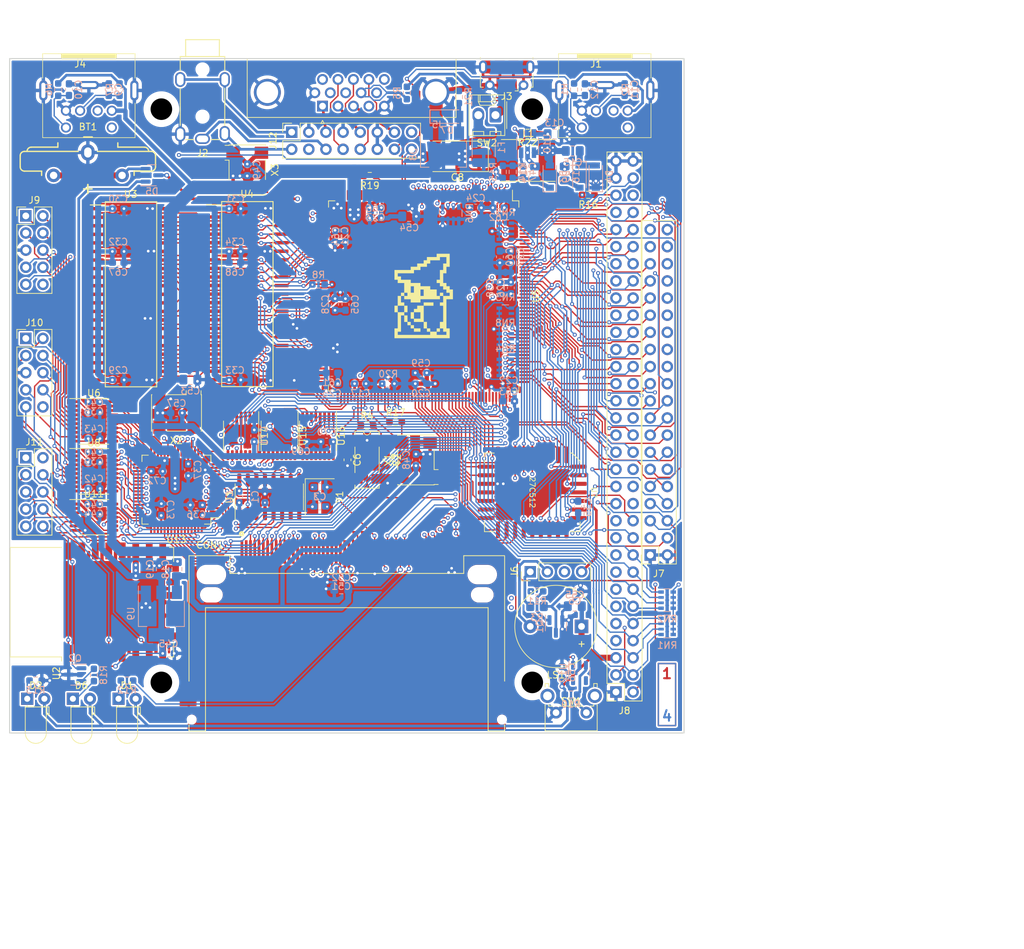
<source format=kicad_pcb>
(kicad_pcb (version 20211014) (generator pcbnew)

  (general
    (thickness 4.69)
  )

  (paper "A4")
  (title_block
    (title "PC-CHARON-386-MAIN")
    (date "2021-12-17")
    (rev "A")
    (company "Eugene Lozovoy")
  )

  (layers
    (0 "F.Cu" signal)
    (1 "In1.Cu" signal)
    (2 "In2.Cu" signal)
    (31 "B.Cu" signal)
    (32 "B.Adhes" user "B.Adhesive")
    (33 "F.Adhes" user "F.Adhesive")
    (34 "B.Paste" user)
    (35 "F.Paste" user)
    (36 "B.SilkS" user "B.Silkscreen")
    (37 "F.SilkS" user "F.Silkscreen")
    (38 "B.Mask" user)
    (39 "F.Mask" user)
    (40 "Dwgs.User" user "User.Drawings")
    (41 "Cmts.User" user "User.Comments")
    (42 "Eco1.User" user "User.Eco1")
    (43 "Eco2.User" user "User.Eco2")
    (44 "Edge.Cuts" user)
    (45 "Margin" user)
    (46 "B.CrtYd" user "B.Courtyard")
    (47 "F.CrtYd" user "F.Courtyard")
    (48 "B.Fab" user)
    (49 "F.Fab" user)
    (50 "User.1" user)
    (51 "User.2" user)
    (52 "User.3" user)
    (53 "User.4" user)
    (54 "User.5" user)
    (55 "User.6" user)
    (56 "User.7" user)
    (57 "User.8" user)
    (58 "User.9" user)
  )

  (setup
    (stackup
      (layer "F.SilkS" (type "Top Silk Screen"))
      (layer "F.Paste" (type "Top Solder Paste"))
      (layer "F.Mask" (type "Top Solder Mask") (color "Green") (thickness 0.01))
      (layer "F.Cu" (type "copper") (thickness 0.035))
      (layer "dielectric 1" (type "core") (thickness 1.51) (material "FR4") (epsilon_r 4.5) (loss_tangent 0.02))
      (layer "In1.Cu" (type "copper") (thickness 0.035))
      (layer "dielectric 2" (type "prepreg") (thickness 1.51) (material "FR4") (epsilon_r 4.5) (loss_tangent 0.02))
      (layer "In2.Cu" (type "copper") (thickness 0.035))
      (layer "dielectric 3" (type "core") (thickness 1.51) (material "FR4") (epsilon_r 4.5) (loss_tangent 0.02))
      (layer "B.Cu" (type "copper") (thickness 0.035))
      (layer "B.Mask" (type "Bottom Solder Mask") (color "Green") (thickness 0.01))
      (layer "B.Paste" (type "Bottom Solder Paste"))
      (layer "B.SilkS" (type "Bottom Silk Screen"))
      (copper_finish "None")
      (dielectric_constraints no)
    )
    (pad_to_mask_clearance 0)
    (pcbplotparams
      (layerselection 0x00010fc_ffffffff)
      (disableapertmacros false)
      (usegerberextensions false)
      (usegerberattributes true)
      (usegerberadvancedattributes true)
      (creategerberjobfile true)
      (svguseinch false)
      (svgprecision 6)
      (excludeedgelayer true)
      (plotframeref false)
      (viasonmask false)
      (mode 1)
      (useauxorigin false)
      (hpglpennumber 1)
      (hpglpenspeed 20)
      (hpglpendiameter 15.000000)
      (dxfpolygonmode true)
      (dxfimperialunits true)
      (dxfusepcbnewfont true)
      (psnegative false)
      (psa4output false)
      (plotreference true)
      (plotvalue true)
      (plotinvisibletext false)
      (sketchpadsonfab false)
      (subtractmaskfromsilk false)
      (outputformat 1)
      (mirror false)
      (drillshape 1)
      (scaleselection 1)
      (outputdirectory "")
    )
  )

  (net 0 "")
  (net 1 "GND")
  (net 2 "Net-(C1-Pad2)")
  (net 3 "+5V")
  (net 4 "Net-(J11-Pad4)")
  (net 5 "/USB_DP")
  (net 6 "/DACK1")
  (net 7 "/DACK0")
  (net 8 "Net-(C5-Pad1)")
  (net 9 "Net-(C2-Pad1)")
  (net 10 "Net-(C3-Pad1)")
  (net 11 "Net-(J6-Pad1)")
  (net 12 "Net-(J6-Pad2)")
  (net 13 "Net-(Q1-Pad1)")
  (net 14 "+BATT")
  (net 15 "Net-(F1-Pad2)")
  (net 16 "+3V3")
  (net 17 "Net-(C6-Pad1)")
  (net 18 "Net-(C7-Pad1)")
  (net 19 "/MEMW")
  (net 20 "/MEMR")
  (net 21 "/REFRESH")
  (net 22 "/MEMCS16")
  (net 23 "/MASTER")
  (net 24 "/IOCS16")
  (net 25 "/DACK5")
  (net 26 "/TC")
  (net 27 "/IOCHRDY")
  (net 28 "/AEN")
  (net 29 "/SD8")
  (net 30 "/SD9")
  (net 31 "/SD10")
  (net 32 "/SD11")
  (net 33 "/SD12")
  (net 34 "/SD13")
  (net 35 "/SD14")
  (net 36 "/SD15")
  (net 37 "/KBSJ")
  (net 38 "/XD7")
  (net 39 "/XD6")
  (net 40 "/XD5")
  (net 41 "/XD4")
  (net 42 "/XD3")
  (net 43 "/BD15")
  (net 44 "/BD14")
  (net 45 "/BD13")
  (net 46 "/BD12")
  (net 47 "/BD11")
  (net 48 "/BD10")
  (net 49 "/BD9")
  (net 50 "/BD8")
  (net 51 "/BD7")
  (net 52 "/BD6")
  (net 53 "/BD5")
  (net 54 "/BD4")
  (net 55 "/BD3")
  (net 56 "/BD2")
  (net 57 "/BD1")
  (net 58 "/BD0")
  (net 59 "/XD2")
  (net 60 "/XD1")
  (net 61 "/XD0")
  (net 62 "/SD7")
  (net 63 "/SD6")
  (net 64 "/SD5")
  (net 65 "/SD4")
  (net 66 "/SD3")
  (net 67 "/SD2")
  (net 68 "/SD1")
  (net 69 "/SD0")
  (net 70 "/SA15")
  (net 71 "/SA14")
  (net 72 "/SA13")
  (net 73 "/SA12")
  (net 74 "/SA11")
  (net 75 "/SA10")
  (net 76 "/SA9")
  (net 77 "/SA8")
  (net 78 "/SA7")
  (net 79 "/SA6")
  (net 80 "/SA5")
  (net 81 "/SA4")
  (net 82 "/SA3")
  (net 83 "/SA2")
  (net 84 "/SA1")
  (net 85 "/SA0")
  (net 86 "/SPKR")
  (net 87 "/WEJ")
  (net 88 "/RASJ0")
  (net 89 "/MA0")
  (net 90 "/MA1")
  (net 91 "/MA2")
  (net 92 "/MA3")
  (net 93 "/MA4")
  (net 94 "/MA5")
  (net 95 "/MA6")
  (net 96 "/MA7")
  (net 97 "/MA8")
  (net 98 "/MA9")
  (net 99 "/CAS0J1")
  (net 100 "/CAS0J0")
  (net 101 "/CAS1J0")
  (net 102 "/CAS1J1")
  (net 103 "/RASJ1")
  (net 104 "/MSCLK")
  (net 105 "/KBCLK")
  (net 106 "/KBDAT")
  (net 107 "/MSDAT")
  (net 108 "Net-(C15-Pad1)")
  (net 109 "Net-(C15-Pad2)")
  (net 110 "Net-(C47-Pad2)")
  (net 111 "/LA23")
  (net 112 "/LA22")
  (net 113 "/LA21")
  (net 114 "/LA20")
  (net 115 "/LA19")
  (net 116 "/LA18")
  (net 117 "/LA17")
  (net 118 "-12V")
  (net 119 "+12V")
  (net 120 "/SMEMW")
  (net 121 "/IOW")
  (net 122 "/SMEMR")
  (net 123 "/RESETL")
  (net 124 "/IRQ14")
  (net 125 "/IOR")
  (net 126 "/HDCS0")
  (net 127 "/HDCS1")
  (net 128 "Net-(J3-Pad1)")
  (net 129 "/~{CF_BUSY}")
  (net 130 "unconnected-(CON1-Pad46)")
  (net 131 "Net-(BT1-Pad1)")
  (net 132 "/DRQ7")
  (net 133 "/VGA_R")
  (net 134 "/VGA_G")
  (net 135 "/VGA_B")
  (net 136 "/DACK7")
  (net 137 "/SND_R")
  (net 138 "/RI1")
  (net 139 "/SBHE")
  (net 140 "/DRQ6")
  (net 141 "/DACK6")
  (net 142 "/DRQ5")
  (net 143 "/DRQ0")
  (net 144 "/DACK2")
  (net 145 "/DRQ1")
  (net 146 "/DRQ3")
  (net 147 "/DACK3")
  (net 148 "/DRQ2")
  (net 149 "/UART_INTA")
  (net 150 "/RX1")
  (net 151 "/0x3F8")
  (net 152 "/TX1")
  (net 153 "/0x2F8")
  (net 154 "/RX2")
  (net 155 "/UART_INTB")
  (net 156 "/UART_INTC")
  (net 157 "/0x3E8")
  (net 158 "/0x2E8")
  (net 159 "/UART_INTD")
  (net 160 "/TX2")
  (net 161 "/CTS1")
  (net 162 "/RTS1")
  (net 163 "/DSR1")
  (net 164 "/DTR1")
  (net 165 "/DCD1")
  (net 166 "/RI2")
  (net 167 "/CTS2")
  (net 168 "/RTS2")
  (net 169 "/DSR2")
  (net 170 "/DTR2")
  (net 171 "/DCD2")
  (net 172 "/VGA_MON")
  (net 173 "Net-(J11-Pad1)")
  (net 174 "Net-(J11-Pad8)")
  (net 175 "Net-(J11-Pad6)")
  (net 176 "Net-(J12-Pad6)")
  (net 177 "/SND_L")
  (net 178 "Net-(J5-Pad9)")
  (net 179 "/VGA_HS")
  (net 180 "/VGA_VS")
  (net 181 "/IRQ9")
  (net 182 "/IRQ7")
  (net 183 "/IRQ6")
  (net 184 "/IRQ5")
  (net 185 "/IRQ4")
  (net 186 "/IRQ3")
  (net 187 "/IRQ10")
  (net 188 "/IRQ11")
  (net 189 "/IRQ15")
  (net 190 "/SA19")
  (net 191 "/SA18")
  (net 192 "/SA17")
  (net 193 "/SA16")
  (net 194 "/IOCHK")
  (net 195 "/RSTDRV")
  (net 196 "/NOWS")
  (net 197 "/SYSCLK")
  (net 198 "/BALE")
  (net 199 "/14MHz")
  (net 200 "/ESP_TX")
  (net 201 "/ESP_RX")
  (net 202 "/ESP_CTS")
  (net 203 "/ESP_RTS")
  (net 204 "Net-(R10-Pad2)")
  (net 205 "/CLK2")
  (net 206 "/PWG")
  (net 207 "Net-(D6-Pad1)")
  (net 208 "/ESP_RST")
  (net 209 "Net-(J8-Pad59)")
  (net 210 "Net-(D7-Pad2)")
  (net 211 "Net-(R17-Pad1)")
  (net 212 "Net-(R19-Pad1)")
  (net 213 "Net-(U13-Pad25)")
  (net 214 "unconnected-(U13-Pad26)")
  (net 215 "unconnected-(CON1-Pad25)")
  (net 216 "unconnected-(CON1-Pad26)")
  (net 217 "unconnected-(CON1-Pad33)")
  (net 218 "unconnected-(CON1-Pad40)")
  (net 219 "unconnected-(CON1-Pad43)")
  (net 220 "unconnected-(J1-Pad2)")
  (net 221 "unconnected-(J1-Pad6)")
  (net 222 "unconnected-(J3-Pad4)")
  (net 223 "unconnected-(J4-Pad2)")
  (net 224 "unconnected-(J4-Pad6)")
  (net 225 "unconnected-(J5-Pad4)")
  (net 226 "unconnected-(J5-Pad11)")
  (net 227 "unconnected-(J5-Pad15)")
  (net 228 "unconnected-(J6-Pad3)")
  (net 229 "unconnected-(J7-Pad12)")
  (net 230 "unconnected-(J7-Pad39)")
  (net 231 "unconnected-(J8-Pad9)")
  (net 232 "unconnected-(J8-Pad19)")
  (net 233 "unconnected-(J9-Pad10)")
  (net 234 "unconnected-(J10-Pad10)")
  (net 235 "unconnected-(J12-Pad15)")
  (net 236 "Net-(R22-Pad2)")
  (net 237 "unconnected-(RN3-Pad2)")
  (net 238 "unconnected-(RN4-Pad4)")
  (net 239 "unconnected-(U1-Pad15)")
  (net 240 "unconnected-(U2-Pad2)")
  (net 241 "unconnected-(U2-Pad5)")
  (net 242 "unconnected-(U2-Pad6)")
  (net 243 "unconnected-(U2-Pad9)")
  (net 244 "unconnected-(U2-Pad10)")
  (net 245 "unconnected-(U2-Pad11)")
  (net 246 "unconnected-(U2-Pad12)")
  (net 247 "unconnected-(U2-Pad13)")
  (net 248 "unconnected-(U2-Pad14)")
  (net 249 "unconnected-(U2-Pad19)")
  (net 250 "unconnected-(U2-Pad20)")
  (net 251 "unconnected-(U3-Pad11)")
  (net 252 "unconnected-(U3-Pad12)")
  (net 253 "unconnected-(U3-Pad15)")
  (net 254 "unconnected-(U3-Pad16)")
  (net 255 "unconnected-(U3-Pad32)")
  (net 256 "unconnected-(U4-Pad11)")
  (net 257 "unconnected-(U4-Pad12)")
  (net 258 "unconnected-(U4-Pad15)")
  (net 259 "unconnected-(U4-Pad16)")
  (net 260 "unconnected-(U4-Pad32)")
  (net 261 "unconnected-(U5-Pad2)")
  (net 262 "unconnected-(U5-Pad30)")
  (net 263 "unconnected-(U5-Pad33)")
  (net 264 "unconnected-(U5-Pad35)")
  (net 265 "unconnected-(U5-Pad36)")
  (net 266 "unconnected-(U5-Pad37)")
  (net 267 "unconnected-(U5-Pad41)")
  (net 268 "unconnected-(U5-Pad42)")
  (net 269 "unconnected-(U5-Pad43)")
  (net 270 "unconnected-(U5-Pad44)")
  (net 271 "unconnected-(U5-Pad45)")
  (net 272 "unconnected-(U5-Pad47)")
  (net 273 "unconnected-(U5-Pad48)")
  (net 274 "unconnected-(U5-Pad49)")
  (net 275 "/GPCS0")
  (net 276 "unconnected-(U5-Pad55)")
  (net 277 "unconnected-(U5-Pad56)")
  (net 278 "unconnected-(U5-Pad57)")
  (net 279 "unconnected-(U5-Pad77)")
  (net 280 "unconnected-(U5-Pad78)")
  (net 281 "unconnected-(U5-Pad80)")
  (net 282 "unconnected-(U5-Pad82)")
  (net 283 "unconnected-(U5-Pad86)")
  (net 284 "unconnected-(U5-Pad87)")
  (net 285 "unconnected-(U5-Pad88)")
  (net 286 "unconnected-(U5-Pad89)")
  (net 287 "unconnected-(U5-Pad95)")
  (net 288 "unconnected-(U5-Pad96)")
  (net 289 "unconnected-(U5-Pad109)")
  (net 290 "unconnected-(U5-Pad114)")
  (net 291 "unconnected-(U5-Pad115)")
  (net 292 "unconnected-(U5-Pad116)")
  (net 293 "unconnected-(U5-Pad124)")
  (net 294 "unconnected-(U5-Pad126)")
  (net 295 "unconnected-(U5-Pad127)")
  (net 296 "unconnected-(U7-Pad1)")
  (net 297 "unconnected-(U7-Pad12)")
  (net 298 "unconnected-(U7-Pad17)")
  (net 299 "unconnected-(U7-Pad26)")
  (net 300 "unconnected-(U11-Pad6)")
  (net 301 "unconnected-(U11-Pad9)")
  (net 302 "unconnected-(U12-Pad4)")
  (net 303 "unconnected-(U14-Pad3)")
  (net 304 "unconnected-(U14-Pad6)")
  (net 305 "unconnected-(U15-Pad12)")
  (net 306 "unconnected-(U15-Pad13)")
  (net 307 "unconnected-(U15-Pad14)")
  (net 308 "unconnected-(U15-Pad15)")
  (net 309 "unconnected-(U16-Pad12)")
  (net 310 "unconnected-(U16-Pad13)")
  (net 311 "unconnected-(U16-Pad14)")
  (net 312 "unconnected-(U16-Pad15)")
  (net 313 "Net-(U13-Pad1)")
  (net 314 "Net-(D1-Pad1)")
  (net 315 "Net-(D2-Pad1)")
  (net 316 "Net-(Q2-Pad2)")
  (net 317 "/CTS_ESP")
  (net 318 "/RX_USB")
  (net 319 "/TX_USB")
  (net 320 "/RTS_USB")
  (net 321 "/DTR_USB")
  (net 322 "/DSR_USB")
  (net 323 "/CTS_USB")
  (net 324 "/CTS_COM1")
  (net 325 "/TX_COM1")
  (net 326 "/DSR_COM1")
  (net 327 "/RTS_COM1")
  (net 328 "/DTR_COM1")
  (net 329 "/CD_COM1")
  (net 330 "/RI_COM1")
  (net 331 "/RX_COM1")
  (net 332 "/RX_COM2")
  (net 333 "/DTR_COM2")
  (net 334 "/RI_COM2")
  (net 335 "/RTS_COM2")
  (net 336 "/TX_COM2")
  (net 337 "/CD_COM2")
  (net 338 "/DSR_COM2")
  (net 339 "/CTS_COM2")
  (net 340 "/RTS_ESP")
  (net 341 "/TX_ESP")
  (net 342 "/RX_ESP")
  (net 343 "Net-(U15-Pad4)")
  (net 344 "unconnected-(U16-Pad9)")
  (net 345 "unconnected-(U16-Pad10)")
  (net 346 "unconnected-(U16-Pad11)")
  (net 347 "/USB_DN")

  (footprint "Connector_PinHeader_2.54mm:PinHeader_2x05_P2.54mm_Vertical" (layer "F.Cu") (at 101.8 89.0925))

  (footprint "RF_Module:ESP-12E" (layer "F.Cu") (at 111.6 128.2 90))

  (footprint "Package_SO:SOIC-16_3.9x9.9mm_P1.27mm" (layer "F.Cu") (at 137.9 112.6 90))

  (footprint "mygraphic:black-mage-12.5x8.6" (layer "F.Cu") (at 160.800001 82.8))

  (footprint "Connector_PinSocket_2.54mm:PinSocket_2x32_P2.54mm_Vertical" (layer "F.Cu") (at 189.31 141.525 180))

  (footprint "Inductor_SMD:L_Taiyo-Yuden_NR-60xx_HandSoldering" (layer "F.Cu") (at 176.3 62.7))

  (footprint "Package_SO:TSSOP-14_4.4x5mm_P0.65mm" (layer "F.Cu") (at 111.9 115.6))

  (footprint "Resistor_SMD:R_0603_1608Metric_Pad0.98x0.95mm_HandSolder" (layer "F.Cu") (at 185.2 67.8 180))

  (footprint "Resistor_SMD:R_0603_1608Metric_Pad0.98x0.95mm_HandSolder" (layer "F.Cu") (at 176.2 58.6 180))

  (footprint "Connector_Dsub:DSUB-15-HD_Female_Horizontal_P2.29x1.98mm_EdgePinOffset3.03mm_Housed_MountingHolesOffset4.94mm" (layer "F.Cu") (at 145.8 54.65 180))

  (footprint "my:SOJ-42" (layer "F.Cu") (at 134.6 83.47))

  (footprint "my:MountingHole_3.2mm_M3_dk5.2mm_Mask" (layer "F.Cu") (at 176.9 140.1))

  (footprint "my:MountingHole_3.2mm_M3_dk5.2mm_Mask" (layer "F.Cu") (at 121.9 55.1))

  (footprint "my:SOJ-42" (layer "F.Cu") (at 117.35 83.5))

  (footprint "Resistor_SMD:R_0603_1608Metric_Pad0.98x0.95mm_HandSolder" (layer "F.Cu") (at 156.6375 101.5))

  (footprint "Connector_USB:USB_Micro-B_Molex-105017-0001" (layer "F.Cu") (at 173.1 50.08 180))

  (footprint "my:PJ-322" (layer "F.Cu") (at 128 52.805))

  (footprint "Capacitor_SMD:C_0603_1608Metric_Pad1.08x0.95mm_HandSolder" (layer "F.Cu") (at 149.5 107.1 -90))

  (footprint "LED_THT:LED_D3.0mm_Horizontal_O1.27mm_Z6.0mm" (layer "F.Cu") (at 115.55 142.525))

  (footprint "Package_QFP:LQFP-64_10x10mm_P0.5mm" (layer "F.Cu") (at 124.13 111.52 180))

  (footprint "Resistor_SMD:R_0603_1608Metric_Pad0.98x0.95mm_HandSolder" (layer "F.Cu") (at 152.8 65 180))

  (footprint "Connector_PinSocket_2.54mm:PinSocket_2x08_P2.54mm_Vertical" (layer "F.Cu") (at 141.225 58.51 90))

  (footprint "Package_QFP:PQFP-208_28x28mm_P0.5mm" (layer "F.Cu")
    (tedit 5D9F72B0) (tstamp 5995eef8-5483-4a7e-ae47-83802fb20ebe)
    (at 160.8 82.8 -90)
    (descr "PQFP, 208 Pin (http://www.microsemi.com/index.php?option=com_docman&task=doc_download&gid=131095), generated with kicad-footprint-generator ipc_gullwing_generator.py")
    (tags "PQFP QFP")
    (property "Sheetfile" "charon386_main.kicad_sch")
    (property "Sheetname" "")
    (path "/8f38d90f-89c8-4d9b-98ca-7df75fef611a")
    (attr smd)
    (fp_text reference "U5" (at 0 -16.65 90) (layer "F.SilkS")
      (effects (font (size 1 1) (thickness 0.15)))
      (tstamp 6f1a7a1b-5f62-43dc-9c15-62a6d8998ae5)
    )
    (fp_text value "M6117D" (at 0 16.65 90) (layer "F.Fab")
      (effects (font (size 1 1) (thickness 0.15)))
      (tstamp f8d23592-2a94-4d43-8616-31ed636423eb)
    )
    (fp_text user "${REFERENCE}" (at 0 0 90) (layer "F.Fab")
      (effects (font (size 1 1) (thickness 0.15)))
      (tstamp 3d8c73c2-e20b-493a-b510-7ed6007c5789)
    )
    (fp_line (start 14.11 14.11) (end 14.11 13.16) (layer "F.SilkS") (width 0.12) (tstamp 024ae5bc-426d-414f-b84d-171d0fd4f5df))
    (fp_line (start -14.11 -14.11) (end -14.11 -13.16) (layer "F.SilkS") (width 0.12) (tstamp 0deba07d-307e-4462-afa9-47124524d257))
    (fp_line (start -14.11 14.11) (end -14.11 13.16) (layer "F.SilkS") (width 0.12) (tstamp 1607421a-349e-46b3-9680-1d7fc8bf4e4e))
    (fp_line (start -13.16 -14.11) (end -14.11 -14.11) (layer "F.SilkS") (width 0.12) (tstamp 587f39f7-6770-4f92-81bf-fedd1b24e27a))
    (fp_line (start 14.11 -14.11) (end 14.11 -13.16) (layer "F.SilkS") (width 0.12) (tstamp 6e3a6786-6ed1-4886-8faa-1ee688556dce))
    (fp_line (start 13.16 -14.11) (end 14.11 -14.11) (layer "F.SilkS") (width 0.12) (tstamp 98038ce9-5b50-4717-9077-d3ff6ebe4c9b))
    (fp_line (start -14.11 -13.16) (end -15.7 -13.16) (layer "F.SilkS") (width 0.12) (tstamp b6f4bf9a-e8c4-4dd3-bc65-f62df250a2c4))
    (fp_line (start 13.16 14.11) (end 14.11 14.11) (layer "F.SilkS") (width 0.12) (tstamp edbe2658-655c-4de3-b5f0-e8629dae5540))
    (fp_line (start -13.16 14.11) (end -14.11 14.11) (layer "F.SilkS") (width 0.12) (tstamp f390baa0-7fa9-4aa7-a62a-74ae034c84fc))
    (fp_line (start -15.95 -13.15) (end -15.95 0) (layer "F.CrtYd") (width 0.05) (tstamp 0534f7a1-fb85-42c0-aec7-f3ce2840ba9e))
    (fp_line (start 0 15.95) (end -13.15 15.95) (layer "F.CrtYd") (width 0.05) (tstamp 0a692488-ef09-46ab-98db-135f381284a2))
    (fp_line (start 15.95 13.15) (end 15.95 0) (layer "F.CrtYd") (width 0.05) (tstamp 12b455fe-b87c-4b83-bf43-10347b99cfaa))
    (fp_line (start -13.15 -15.95) (end -13.15 -14.25) (layer "F.CrtYd") (width 0.05) (tstamp 27fb1c6c-a4cc-4966-b508-25ccf6cd06c0))
    (fp_line (start -13.15 15.95) (end -13.15 14.25) (layer "F.CrtYd") (width 0.05) (tstamp 363af0bd-1b46-4071-ab93-b443e1119766))
    (fp_line (start 14.25 -13.15) (end 15.95 -13.15) (layer "F.CrtYd") (width 0.05) (tstamp 39c127b6-72f4-4083-ab3d-20ac25048da2))
    (fp_line (start 14.25 13.15) (end 15.95 13.15) (layer "F.CrtYd") (width 0.05) (tstamp 429d51c0-ecce-43c0-a53d-cc71ea15cb60))
    (fp_line (start 0 -15.95) (end -13.15 -15.95) (layer "F.CrtYd") (width 0.05) (tstamp 4335a7e8-2309-4101-9b96-bb45b79fc046))
    (fp_line (start 14.25 -14.25) (end 14.25 -13.15) (layer "F.CrtYd") (width 0.05) (tstamp 4c905c07-9005-42a3-be8a-c0def7d02013))
    (fp_line (start 13.15 14.25) (end 14.25 14.25) (layer "F.CrtYd") (width 0.05) (tstamp 4c9e9e1f-ebc8-4ca5-b577-21bb263227d5))
    (fp_line (start 13.15 -14.25) (end 14.25 -14.25) (layer "F.CrtYd") (width 0.05) (tstamp 526bfa30-2922-492f-b2fc-ee7e6489b2b2))
    (fp_line (start -13.15 14.25) (end -14.25 14.25) (layer "F.CrtYd") (width 0.05) (tstamp 52ae78d5-e2bf-492c-b4b7-135eac76637e))
    (fp_line (start -14.25 -13.15) (end -15.95 -13.15) (layer "F.CrtYd") (width 0.05) (tstamp 9a553eae-2ed9-4e27-8f50-f6664269140e))
    (fp_line (start -14.25 -14.25) (end -14.25 -13.15) (layer "F.CrtYd") (width 0.05) (tstamp 9b6f6952-7fac-4b23-aeba-7ed2ca45ceba))
    (fp_line (start -14.25 13.15) (end -15.95 13.15) (layer "F.CrtYd") (width 0.05) (tstamp 9e2408cf-6588-4759-b1b4-70783629ce6d))
    (fp_line (start -13.15 -14.25) (end -14.25 -14.25) (layer "F.CrtYd") (width 0.05) (tstamp a3e7e4dc-0264-42ca-b819-2cbc10bb2c9e))
    (fp_line (start -14.25 14.25) (end -14.25 13.15) (layer "F.CrtYd") (width 0.05) (tstamp a591f791-73b0-4cca-81b5-9b7bdb8fbe02))
    (fp_line (start 0 15.95) (end 13.15 15.95) (layer "F.CrtYd") (width 0.05) (tstamp a610e6ee-dfcd-455e-a2da-b2910f7435be))
    (fp_line (start 0 -15.95) (end 13.15 -15.95) (layer "F.CrtYd") (width 0.05) (tstamp b2780c50-e33b-4b7a-abcc-447d75cec0ec))
    (fp_line (start 13.15 -15.95) (end 13.15 -14.25) (layer "F.CrtYd") (width 0.05) (tstamp c83f5dfb-ca38-46ff-92ae-41d4231b1dcb))
    (fp_line (start 13.15 15.95) (end 13.15 14.25) (layer "F.CrtYd") (width 0.05) (tstamp d7170adc-ffa2-46e4-8c20-d59f1d24f489))
    (fp_line (start 15.95 -13.15) (end 15.95 0) (layer "F.CrtYd") (width 0.05) (tstamp e383bb28-8ded-4ccc-bd11-eba584274622))
    (fp_line (start -15.95 13.15) (end -15.95 0) (layer "F.CrtYd") (width 0.05) (tstamp f1d6730f-31b2-4850-b7d1-66fd3c55399c))
    (fp_line (start 14.25 14.25) (end 14.25 13.15) (layer "F.CrtYd") (width 0.05) (tstamp fa40140c-8818-4632-abc2-95c538dbadb6))
    (fp_line (start -13 -14) (end 14 -14) (layer "F.Fab") (width 0.1) (tstamp 04c31ecf-23a4-43c9-9c36-c6e30065fe8c))
    (fp_line (start 14 -14) (end 14 14) (layer "F.Fab") (width 0.1) (tstamp 26edd5dd-3b8d-4879-901c-48638568f275))
    (fp_line (start -14 -13) (end -13 -14) (layer "F.Fab") (width 0.1) (tstamp 51901069-b795-42e8-94c5-5e8e89663a2c))
    (fp_line (start 14 14) (end -14 14) (layer "F.Fab") (width 0.1) (tstamp 80a2930e-e82a-4c2a-924d-18c1fb3a8dcd))
    (fp_line (start -14 14) (end -14 -13) (layer "F.Fab") (width 0.1) (tstamp 9799cc0e-5b68-4e48-a812-713c67e2b4cb))
    (pad "1" smd roundrect locked (at -14.9625 -12.75 270) (size 1.475 0.3) (layers "F.Cu" "F.Paste" "F.Mask") (roundrect_rratio 0.25)
      (net 3 "+5V") (pinfunction "VCC1") (pintype "power_in") (tstamp 43e20843-b339-4ac7-a5cb-c182f244724c))
    (pad "2" smd roundrect locked (at -14.9625 -12.25 270) (size 1.475 0.3) (layers "F.Cu" "F.Paste" "F.Mask") (roundrect_rratio 0.25)
      (net 261 "unconnected-(U5-Pad2)") (pinfunction "TESTJ") (pintype "input+no_connect") (tstamp f126c1e6-00d6-47f6-830a-24ce441c3dbb))
    (pad "3" smd roundrect locked (at -14.9625 -11.75 270) (size 1.475 0.3) (layers "F.Cu" "F.Paste" "F.Mask") (roundrect_rratio 0.25)
      (net 24 "/IOCS16") (pinfunction "IO16J") (pintype "input") (tstamp 82a1149f-d8ca-4ddf-a59d-24157a620371))
    (pad "4" smd roundrect locked (at -14.9625 -11.25 270) (size 1.475 0.3) (layers "F.Cu" "F.Paste" "F.Mask") (roundrect_rratio 0.25)
      (net 22 "/MEMCS16") (pinfunction "MEM16J") (pintype "input") (tstamp 773cd9fa-51b9-44c0-ac31-b48057e833ce))
    (pad "5" smd roundrect locked (at -14.9625 -10.75 270) (size 1.475 0.3) (layers "F.Cu" "F.Paste" "F.Mask") (roundrect_rratio 0.25)
      (net 29 "/SD8") (pinfunction "SD8") (pintype "bidirectional") (tstamp 450bbe49-04ac-451b-8578-820ef13b651b))
    (pad "6" smd roundrect locked (at -14.9625 -10.25 270) (size 1.475 0.3) (layers "F.Cu" "F.Paste" "F.Mask") (roundrect_rratio 0.25)
      (net 30 "/SD9") (pinfunction "SD9") (pintype "bidirectional") (tstamp b6bd12d8-fb94-4c9a-a0ec-ddec8b4ca441))
    (pad "7" smd roundrect locked (at -14.9625 -9.75 270) (size 1.475 0.3) (layers "F.Cu" "F.Paste" "F.Mask") (roundrect_rratio 0.25)
      (net 31 "/SD10") (pinfunction "SD10") (pintype "bidirectional") (tstamp 47e8a9d3-f3d0-484e-8b6e-459992f04c24))
    (pad "8" smd roundrect locked (at -14.9625 -9.25 270) (size 1.475 0.3) (layers "F.Cu" "F.Paste" "F.Mask") (roundrect_rratio 0.25)
      (net 1 "GND") (pinfunction "GND1") (pintype "power_in") (tstamp 4248b9b2-84a0-4fb8-aa11-c7789a70968c))
    (pad "9" smd roundrect locked (at -14.9625 -8.75 270) (size 1.475 0.3) (layers "F.Cu" "F.Paste" "F.Mask") (roundrect_rratio 0.25)
      (net 32 "/SD11") (pinfunction "SD11") (pintype "bidirectional") (tstamp 35b81a6b-d025-4408-a72b-2188d0ed1fe2))
    (pad "10" smd roundrect locked (at -14.9625 -8.25 270) (size 1.475 0.3) (layers "F.Cu" "F.Paste" "F.Mask") (roundrect_rratio 0.25)
      (net 33 "/SD12") (pinfunction "SD12") (pintype "bidirectional") (tstamp ccc9cd49-3966-4d71-a2bc-124d7f6bf896))
    (pad "11" smd roundrect locked (at -14.9625 -7.75 270) (size 1.475 0.3) (layers "F.Cu" "F.Paste" "F.Mask") (roundrect_rratio 0.25)
      (net 34 "/SD13") (pinfunction "SD13") (pintype "bidirectional") (tstamp 9e3581b9-c794-4389-94b7-cafc6186643a))
    (pad "12" smd roundrect locked (at -14.9625 -7.25 270) (size 1.475 0.3) (layers "F.Cu" "F.Paste" "F.Mask") (roundrect_rratio 0.25)
      (net 35 "/SD14") (pinfunction "SD14") (pintype "bidirectional") (tstamp bfa08349-d963-48cc-950d-52d2c9c2cb86))
    (pad "13" smd roundrect locked (at -14.9625 -6.75 270) (size 1.475 0.3) (layers "F.Cu" "F.Paste" "F.Mask") (roundrect_rratio 0.25)
      (net 36 "/SD15") (pinfunction "SD15") (pintype "bidirectional") (tstamp a202e597-4dbd-4eea-84da-8df9b9327e99))
    (pad "14" smd roundrect locked (at -14.9625 -6.25 270) (size 1.475 0.3) (layers "F.Cu" "F.Paste" "F.Mask") (roundrect_rratio 0.25)
      (net 26 "/TC") (pinfunction "TC") (pintype "output") (tstamp 93bd5ac1-8a1f-42ea-b099-a19528749554))
    (pad "15" smd roundrect locked (at -14.9625 -5.75 270) (size 1.475 0.3) (layers "F.Cu" "F.Paste" "F.Mask") (roundrect_rratio 0.25)
      (net 3 "+5V") (pinfunction "VCC2") (pintype "power_in") (tstamp 40a8c6b1-7ffb-4a24-87b9-182a7ca14c68))
    (pad "16" smd roundrect locked (at -14.9625 -5.25 270) (size 1.475 0.3) (layers "F.Cu" "F.Paste" "F.Mask") (roundrect_rratio 0.25)
      (net 7 "/DACK0") (pinfunction "DACK0J") (pintype "bidirectional") (tstamp 472e53b1-a8d4-4ae6-a21d-3e8df7e73cb4))
    (pad "17" smd roundrect locked (at -14.9625 -4.75 270) (size 1.475 0.3) (layers "F.Cu" "F.Paste" "F.Mask") (roundrect_rratio 0.25)
      (net 143 "/DRQ0") (pinfunction "DRQ0") (pintype "bidirectional") (tstamp 7c29b937-af01-4fda-baf5-b4cbf5048c44))
    (pad "18" smd roundrect locked (at -14.9625 -4.25 270) (size 1.475 0.3) (layers "F.Cu" "F.Paste" "F.Mask") (roundrect_rratio 0.25)
      (net 6 "/DACK1") (pinfunction "DACK1J") (pintype "bidirectional") (tstamp 9b1f1da9-04f3-41ab-91bc-60d3a90ea76a))
    (pad "19" smd roundrect locked (at -14.9625 -3.75 270) (size 1.475 0.3) (layers "F.Cu" "F.Paste" "F.Mask") (roundrect_rratio 0.25)
      (net 145 "/DRQ1") (pinfunction "DRQ1") (pintype "bidirectional") (tstamp 50a84b79-feb8-4e48-8825-52291a4addfa))
    (pad "20" smd roundrect locked (at -14.9625 -3.25 270) (size 1.475 0.3) (layers "F.Cu" "F.Paste" "F.Mask") (roundrect_rratio 0.25)
      (net 144 "/DACK2") (pinfunction "DACK2J") (pintype "bidirectional") (tstamp 444b2450-a3f0-4e6a-99f2-99e99cabe0c9))
    (pad "21" smd roundrect locked (at -14.9625 -2.75 270) (size 1.475 0.3) (layers "F.Cu" "F.Paste" "F.Mask") (roundrect_rratio 0.25)
      (net 148 "/DRQ2") (pinfunction "DRQ2") (pintype "bidirectional") (tstamp 11913bcb-7c5c-47aa-985e-c9c72a64344e))
    (pad "22" smd roundrect locked (at -14.9625 -2.25 270) (size 1.475 0.3) (layers "F.Cu" "F.Paste" "F.Mask") (roundrect_rratio 0.25)
      (net 147 "/DACK3") (pinfunction "DACK3J") (pintype "bidirectional") (tstamp c06fc49d-33e9-444d-a50a-f69308fb70a8))
    (pad "23" smd roundrect locked (at -14.9625 -1.75 270) (size 1.475 0.3) (layers "F.Cu" "F.Paste" "F.Mask") (roundrect_rratio 0.25)
      (net 146 "/DRQ3") (pinfunction "DRQ3") (pintype "bidirectional") (tstamp d8b61953-07cf-45bf-92f2-2402585223b6))
    (pad "24" smd roundrect locked (at -14.9625 -1.25 270) (size 1.475 0.3) (layers "F.Cu" "F.Paste" "F.Mask") (roundrect_rratio 0.25)
      (net 25 "/DACK5") (pinfunction "DACK5J") (pintype "bidirectional") (tstamp dba02911-564c-4b94-82c0-cda29a443321))
    (pad "25" smd roundrect locked (at -14.9625 -0.75 270) (size 1.475 0.3) (layers "F.Cu" "F.Paste" "F.Mask") (roundrect_rratio 0.25)
      (net 142 "/DRQ5") (pinfunction "DRQ5") (pintype "bidirectional") (tstamp 1236884b-978c-4101-bf64-0388307a582c))
    (pad "26" smd roundrect locked (at -14.9625 -0.25 270) (size 1.475 0.3) (layers "F.Cu" "F.Paste" "F.Mask") (roundrect_rratio 0.25)
      (net 141 "/DACK6") (pinfunction "DACK6J") (pintype "bidirectional") (tstamp bd802c07-a027-4035-86d2-0a40d56a810d))
    (pad "27" smd roundrect locked (at -14.9625 0.25 270) (size 1.475 0.3) (layers "F.Cu" "F.Paste" "F.Mask") (roundrect_rratio 0.25)
      (net 140 "/DRQ6") (pinfunction "DRQ6") (pintype "bidirectional") (tstamp d76d19d4-09b6-4f66-9df3-5b201a92eb33))
    (pad "28" smd roundrect locked (at -14.9625 0.75 270) (size 1.475 0.3) (layers "F.Cu" "F.Paste" "F.Mask") (roundrect_rratio 0.25)
      (net 136 "/DACK7") (pinfunction "DACK7J") (pintype "bidirectional") (tstamp 2405be84-eb3f-4c75-b5d9-2ee88df700e8))
    (pad "29" smd roundrect locked (at -14.9625 1.25 270) (size 1.475 0.3) (layers "F.Cu" "F.Paste" "F.Mask") (roundrect_rratio 0.25)
      (net 132 "/DRQ7") (pinfunction "DRQ7") (pintype "bidirectional") (tstamp 6b2e0fbf-ec8a-46cd-899a-8b72dff6b9f7))
    (pad "30" smd roundrect locked (at -14.9625 1.75 270) (size 1.475 0.3) (layers "F.Cu" "F.Paste" "F.Mask") (roundrect_rratio 0.25)
      (net 262 "unconnected-(U5-Pad30)") (pinfunction "GPCS1J") (pintype "output+no_connect") (tstamp b59b1a3f-ad7a-4f61-96d5-c8851d92f9c7))
    (pad "31" smd roundrect locked (at -14.9625 2.25 270) (size 1.475 0.3) (layers "F.Cu" "F.Paste" "F.Mask") (roundrect_rratio 0.25)
      (net 1 "GND") (pinfunction "GND2") (pintype "power_in") (tstamp 885dc16d-2210-41a9-85fb-ccef95473341))
    (pad "32" smd roundrect locked (at -14.9625 2.75 270) (size 1.475 0.3) (layers "F.Cu" "F.Paste" "F.Mask") (roundrect_rratio 0.25)
      (net 86 "/SPKR") (pinfunction "SPKR") (pintype "output") (tstamp bba4d939-63e1-44a0-b76a-6dcf700426c8))
    (pad "33" smd roundrect locked (at -14.9625 3.25 270) (size 1.475 0.3) (layers "F.Cu" "F.Paste" "F.Mask") (roundrect_rratio 0.25)
      (net 263 "unconnected-(U5-Pad33)") (pinfunction "HDENJ") (pintype "output+no_connect") (tstamp fb809583-9a07-40aa-9b3a-8d934b744e61))
    (pad "34" smd roundrect locked (at -14.9625 3.75 270) (size 1.475 0.3) (layers "F.Cu" "F.Paste" "F.Mask") (roundrect_rratio 0.25)
      (net 104 "/MSCLK") (pinfunction "MSCLK") (pintype "bidirectional") (tstamp ed91ce7f-a834-462e-b885-717c57cbe9d6))
    (pad "35" smd roundrect locked (at -14.9625 4.25 270) (size 1.475 0.3) (layers "F.Cu" "F.Paste" "F.Mask") (roundrect_rratio 0.25)
      (net 264 "unconnected-(U5-Pad35)") (pinfunction "ENPOWER") (pintype "output+no_connect") (tstamp 6d70590a-bb93-472b-80d9-f65850eb005e))
    (pad "36" smd roundrect locked (at -14.9625 4.75 270) (size 1.475 0.3) (layers "F.Cu" "F.Paste" "F.Mask") (roundrect_rratio 0.25)
      (net 265 "unconnected-(U5-Pad36)") (pinfunction "GPIO0") (pintype "bidirectional+no_connect") (tstamp 1f66d033-e62b-47af-ac6a-f9d778d5a7d3))
    (pad "37" smd roundrect locked (at -14.9625 5.25 270) (size 1.475 0.3) (layers "F.Cu" "F.Paste" "F.Mask") (roundrect_rratio 0.25)
      (net 266 "unconnected-(U5-Pad37)") (pinfunction "GPIO1") (pintype "bidirectional+no_connect") (tstamp acfcecea-a94c-43e6-8df6-204d57716d71))
    (pad "38" smd roundrect locked (at -14.9625 5.75 270) (size 1.475 0.3) (layers "F.Cu" "F.Paste" "F.Mask") (roundrect_rratio 0.25)
      (net 3 "+5V") (pinfunction "VCC3") (pintype "power_in") (tstamp 88ab3b39-40d2-4c76-947b-332bc5a7e1da))
    (pad "39" smd roundrect locked (at -14.9625 6.25 270) (size 1.475 0.3) (layers "F.Cu" "F.Paste" "F.Mask") (roundrect_rratio 0.25)
      (net 212 "Net-(R19-Pad1)") (pinfunction "BCLK2") (pintype "input") (tstamp d8cb12c9-c2f9-42e9-ba1d-800c57d4aeb7))
    (pad "40" smd roundrect locked (at -14.9625 6.75 270) (size 1.475 0.3) (layers "F.Cu" "F.Paste" "F.Mask") (roundrect_rratio 0.25)
      (net 1 "GND") (pinfunction "GND3") (pintype "power_in") (tstamp 174226da-dca2-4eb4-bb1a-4ededd0c7db7))
    (pad "41" smd roundrect locked (at -14.9625 7.25 270) (size 1.475 0.3) (layers "F.Cu" "F.Paste" "F.Mask") (roundrect_rratio 0.25)
      (net 267 "unconnected-(U5-Pad41)") (pinfunction "BCLK1") (pintype "output+no_connect") (tstamp b810c25a-f271-462a-a2dd-9d2981805ec8))
    (pad "42" smd roundrect locked (at -14.9625 7.75 270) (size 1.475 0.3) (layers "F.Cu" "F.Paste" "F.Mask") (roundrect_rratio 0.25)
      (net 268 "unconnected-(U5-Pad42)") (pinfunction "GPIO2") (pintype "bidirectional+no_connect") (tstamp 17d3ecac-9f8a-4049-8999-ca86a599cd4e))
    (pad "43" smd roundrect locked (at -14.9625 8.25 270) (size 1.475 0.3) (layers "F.Cu" "F.Paste" "F.Mask") (roundrect_rratio 0.25)
      (net 269 "unconnected-(U5-Pad43)") (pinfunction "GPIO3") (pintype "bidirectional+no_connect") (tstamp 5891bfd1-7754-450f-88d4-a64f4e4796cd))
    (pad "44" smd roundrect locked (at -14.9625 8.75 270) (size 1.475 0.3) (layers "F.Cu" "F.Paste" "F.Mask") (roundrect_rratio 0.25)
      (net 270 "unconnected-(U5-Pad44)") (pinfunction "GPIO4") (pintype "bidirectional+no_connect") (tstamp 38ec55f7-6a8b-4180-94ac-921ede604ee0))
    (pad "45" smd roundrect locked (at -14.9625 9.25 270) (size 1.475 0.3) (layers "F.Cu" "F.Paste" "F.Mask") (roundrect_rratio 0.25)
      (net 271 "unconnected-(U5-Pad45)") (pinfunction "GPIO5") (pintype "bidirectional+no_connect") (tstamp 086204c2-2897-45b7-8056-a31bf2569a2c))
    (pad "46" smd roundrect locked (at -14.9625 9.75 270) (size 1.475 0.3) (layers "F.Cu" "F.Paste" "F.Mask") (roundrect_rratio 0.25)
      (net 3 "+5V") (pinfunction "VCC4") (pintype "power_in") (tstamp 50132465-ec4b-4149-acc3-c6eed1b41efb))
    (pad "47" smd roundrect locked (at -14.9625 10.25 270) (size 1.475 0.3) (layers "F.Cu" "F.Paste" "F.Mask") (roundrect_rratio 0.25)
      (net 272 "unconnected-(U5-Pad47)") (pinfunction "GPIO8") (pintype "bidirectional+no_connect") (tstamp 330e2d90-9440-4c9a-a285-8ada3e93336e))
    (pad "48" smd roundrect locked (at -14.9625 10.75 270) (size 1.475 0.3) (layers "F.Cu" "F.Paste" "F.Mask") (roundrect_rratio 0.25)
      (net 273 "unconnected-(U5-Pad48)") (pinfunction "GPIO6") (pintype "bidirectional+no_connect") (tstamp 7c261a36-4da6-47c9-92ab-ce98de2f5c23))
    (pad "49" smd roundrect locked (at -14.9625 11.25 270) (size 1.475 0.3) (layers "F.Cu" "F.Paste" "F.Mask") (roundrect_rratio 0.25)
      (net 274 "unconnected-(U5-Pad49)") (pinfunction "GPIO7") (pintype "bidirectional+no_connect") (tstamp 6f4b5440-02f5-4018-8189-96ff84a02b71))
    (pad "50" smd roundrect locked (at -14.9625 11.75 270) (size 1.475 0.3) (layers "F.Cu" "F.Paste" "F.Mask") (roundrect_rratio 0.25)
      (net 126 "/HDCS0") (pinfunction "HDCS0J") (pintype "output") (tstamp b1de0704-7cac-4ea5-bd63-fc5dcef4964f))
    (pad "51" smd roundrect locked (at -14.9625 12.25 270) (size 1.475 0.3) (layers "F.Cu" "F.Paste" "F.Mask") (roundrect_rratio 0.25)
      (net 275 "/GPCS0") (pinfunction "GPCS0J") (pintype "output") (tstamp f9c92ca0-acf0-450b-91d6-8c0faf345972))
    (pad "52" smd roundrect locked (at -14.9625 12.75 270) (size 1.475 0.3) (layers "F.Cu" "F.Paste" "F.Mask") (roundrect_rratio 0.25)
      (net 1 "GND") (pinfunction "GND4") (pintype "power_in") (tstamp 48f74dee-5761-4139-bf10-1e61552eb9ea))
    (pad "53" smd roundrect locked (at -12.75 14.9625 270) (size 0.3 1.475) (layers "F.Cu" "F.Paste" "F.Mask") (roundrect_rratio 0.25)
      (net 3 "+5V") (pinfunction "VCC5") (pintype "power_in") (tstamp 5014d1a6-f700-42d6-9b5c-2fee723b37c9))
    (pad "54" smd roundrect locked (at -12.25 14.9625 270) (size 0.3 1.475) (layers "F.Cu" "F.Paste" "F.Mask") (roundrect_rratio 0.25)
      (net 127 "/HDCS1") (pinfunction "HDCS1J") (pintype "output") (tstamp 4bb01022-70dd-4305-b240-8becd2cd3f52))
    (pad "55" smd roundrect locked (at -11.75 14.9625 270) (size 0.3 1.475) (layers "F.Cu" "F.Paste" "F.Mask") (roundrect_rratio 0.25)
      (net 276 "unconnected-(U5-Pad55)") (pinfunction "GPIO9") (pintype "bidirectional+no_connect") (tstamp 3b09d012-817a-486a-ba90-ad41bddc7f3b))
    (pad "56" smd roundrect locked (at -11.25 14.9625 270) (size 0.3 1.475) (layers "F.Cu" "F.Paste" "F.Mask") (roundrect_rratio 0.25)
      (net 277 "unconnected-(U5-Pad56)") (pinfunction "GPIO10") (pintype "bidirectional+no_connect") (tstamp ba2cbe14-ea55-49e5-b327-75db34c133ca))
    (pad "57" smd roundrect locked (at -10.75 14.9625 270) (size 0.3 1.475) (layers "F.Cu" "F.Paste" "F.Mask") (roundrect_rratio 0.25)
      (net 278 "unconnected-(U5-Pad57)") (pinfunction "GPIO11") (pintype "bidirectional+no_connect") (tstamp a9f6dc67-0253-43c5-9ff0-f901678c5d9c))
    (pad "58" smd roundrect locked (at -10.25 14.9625 270) (size 0.3 1.475) (layers "F.Cu" "F.Paste" "F.Mask") (roundrect_rratio 0.25)
      (net 43 "/BD15") (pinfunction "BD15") (pintype "bidirectional") (tstamp c364c889-94ba-4c9b-b933-152380cbb38c))
    (pad "59" smd roundrect locked (at -9.75 14.9625 270) (size 0.3 1.475) (layers "F.Cu" "F.Paste" "F.Mask") (roundrect_rratio 0.25)
      (net 3 "+5V") (pinfunction "VCC6") (pintype "power_in") (tstamp 8eae1224-98b0-4cee-b330-5e44ae4a43f1))
    (pad "60" smd roundrect locked (at -9.25 14.9625 270) (size 0.3 1.475) (layers "F.Cu" "F.Paste" "F.Mask") (roundrect_rratio 0.25)
      (net 44 "/BD14") (pinfunction "BD14") (pintype "bidirectional") (tstamp f79cad4f-0ddc-4981-b349-2b598ba65123))
    (pad "61" smd roundrect locked (at -8.75 14.9625 270) (size 0.3 1.475) (layers "F.Cu" "F.Paste" "F.Mask") (roundrect_rratio 0.25)
      (net 45 "/BD13") (pinfunction "BD13") (pintype "bidirectional") (tstamp 5ce76de1-56ad-427d-87bd-fb7e39260df2))
    (pad "62" smd roundrect locked (at -8.25 14.9625 270) (size 0.3 1.475) (layers "F.Cu" "F.Paste" "F.Mask") (roundrect_rratio 0.25)
      (net 46 "/BD12") (pinfunction "BD12") (pintype "bidirectional") (tstamp 49af5779-b35f-4dc1-a4d3-03d76221f82e))
    (pad "63" smd roundrect locked (at -7.75 14.9625 270) (size 0.3 1.475) (layers "F.Cu" "F.Paste" "F.Mask") (roundrect_rratio 0.25)
      (net 47 "/BD11") (pinfunction "BD11") (pintype "bidirectional") (tstamp 2a555479-bfa9-4f01-927f-4024f601ecf7))
    (pad "64" smd roundrect locked (at -7.25 14.9625 270) (size 0.3 1.475) (layers "F.Cu" "F.Paste" "F.Mask") (roundrect_rratio 0.25)
      (net 48 "/BD10") (pinfunction "BD10") (pintype "bidirectional") (tstamp d7d41e9f-64fe-45d2-b0c0-f0260d80846d))
    (pad "65" smd roundrect locked (at -6.75 14.9625 270) (size 0.3 1.475) (layers "F.Cu" "F.Paste" "F.Mask") (roundrect_rratio 0.25)
      (net 1 "GND") (pinfunction "GND5") (pintype "power_in") (tstamp 7d647d91-62d7-46d9-b52a-36f7019b6fc7))
    (pad "66" smd roundrect locked (at -6.25 14.9625 270) (size 0.3 1.475) (layers "F.Cu" "F.Paste" "F.Mask") (roundrect_rratio 0.25)
      (net 49 "/BD9") (pinfunction "BD9") (pintype "bidirectional") (tstamp 8d7f4a90-7412-4857-b78a-f7e02dfcff04))
    (pad "67" smd roundrect locked (at -5.75 14.9625 270) (size 0.3 1.475) (layers "F.Cu" "F.Paste" "F.Mask") (roundrect_rratio 0.25)
      (net 50 "/BD8") (pinfunction "BD8") (pintype "bidirectional") (tstamp 5942ec3d-d0c7-4ad7-bb03-353c1ccbc627))
    (pad "68" smd roundrect locked (at -5.25 14.9625 270) (size 0.3 1.475) (layers "F.Cu" "F.Paste" "F.Mask") (roundrect_rratio 0.25)
      (net 51 "/BD7") (pinfunction "BD7") (pintype "bidirectional") (tstamp 5372d434-ade7-4507-b7a5-1c0cdda5d1fa))
    (pad "69" smd roundrect locked (at -4.75 14.9625 270) (size 0.3 1.475) (layers "F.Cu" "F.Paste" "F.Mask") (roundrect_rratio 0.25)
      (net 52 "/BD6") (pinfunction "BD6") (pintype "bidirectional") (tstamp e6895e38-2778-498f-828b-c563a7955ad0))
    (pad "70" smd roundrect locked (at -4.25 14.9625 270) (size 0.3 1.475) (layers "F.Cu" "F.Paste" "F.Mask") (roundrect_rratio 0.25)
      (net 53 "/BD5") (pinfunction "BD5") (pintype "bidirectional") (tstamp b67c6a67-1441-4e2f-9454-015a92fd089f))
    (pad "71" smd roundrect locked (at -3.75 14.9625 270) (size 0.3 1.475) (layers "F.Cu" "F.Paste" "F.Mask") (roundrect_rratio 0.25)
      (net 54 "/BD4") (pinfunction "BD4") (pintype "bidirectional") (tstamp 8da08d99-c0d9-4b30-afba-75de8f59a849))
    (pad "72" smd roundrect locked (at -3.25 14.9625 270) (size 0.3 1.475) (layers "F.Cu" "F.Paste" "F.Mask") (roundrect_rratio 0.25)
      (net 55 "/BD3") (pinfunction "BD3") (pintype "bidirectional") (tstamp 146c4d09-0ec0-4341-8286-28f5a49cbe88))
    (pad "73" smd roundrect locked (at -2.75 14.9625 270) (size 0.3 1.475) (layers "F.Cu" "F.Paste" "F.Mask") (roundrect_rratio 0.25)
      (net 56 "/BD2") (pinfunction "BD2") (pintype "bidirectional") (tstamp 4fc4c6ef-19f1-4733-957d-b2cf6d2d782a))
    (pad "74" smd roundrect locked (at -2.25 14.9625 270) (size 0.3 1.475) (layers "F.Cu" "F.Paste" "F.Mask") (roundrect_rratio 0.25)
      (net 57 "/BD1") (pinfunction "BD1") (pintype "bidirectional") (tstamp 46f461fc-c4f4-40d7-8127-6023a49895f6))
    (pad "75" smd roundrect locked (at -1.75 14.9625 270) (size 0.3 1.475) (layers "F.Cu" "F.Paste" "F.Mask") (roundrect_rratio 0.25)
      (net 58 "/BD0") (pinfunction "BD0") (pintype "bidirectional") (tstamp d9360af4-0651-4d3b-b892-610494164a2a))
    (pad "76" smd roundrect locked (at -1.25 14.9625 270) (size 0.3 1.475) (layers "F.Cu" "F.Paste" "F.Mask") (roundrect_rratio 0.25)
      (net 3 "+5V") (pinfunction "VCC7") (pintype "power_in") (tstamp 909d6036-64b6-4c54-bb54-a209875f51e9))
    (pad "77" smd roundrect locked (at -0.75 14.9625 270) (size 0.3 1.475) (layers "F.Cu" "F.Paste" "F.Mask") (roundrect_rratio 0.25)
      (net 279 "unconnected-(U5-Pad77)") (pinfunction "GPIO12") (pintype "bidirectional+no_connect") (tstamp 9789a334-d81b-4e3d-99df-0302a766d2d1))
    (pad "78" smd roundrect locked (at -0.25 14.9625 270) (size 0.3 1.475) (layers "F.Cu" "F.Paste" "F.Mask") (roundrect_rratio 0.25)
      (net 280 "unconnected-(U5-Pad78)") (pinfunction "GPIO13") (pintype "bidirectional+no_connect") (tstamp 89d2c11b-248d-4d94-a5b0-734eca46e131))
    (pad "79" smd roundrect locked (at 0.25 14.9625 270) (size 0.3 1.475) (layers "F.Cu" "F.Paste" "F.Mask") (roundrect_rratio 0.25)
      (net 87 "/WEJ") (pinfunction "WEJ") (pintype "output") (tstamp 7971a1f8-e98b-477c-9672-4027f78e219b))
    (pad "80" smd roundrect locked (at 0.75 14.9625 270) (size 0.3 1.475) (layers "F.Cu" "F.Paste" "F.Mask") (roundrect_rratio 0.25)
      (net 281 "unconnected-(U5-Pad80)") (pinfunction "RAS3J") (pintype "output+no_connect") (tstamp b096184c-e147-4e73-8076-f491721dc4e7))
    (pad "81" smd roundrect locked (at 1.25 14.9625 270) (size 0.3 1.475) (layers "F.Cu" "F.Paste" "F.Mask") (roundrect_rratio 0.25)
      (net 1 "GND") (pinfunction "GND6") (pintype "power_in") (tstamp 2c7a785d-af4e-43ae-be01-148bbf28b316))
    (pad "82" smd roundrect locked (at 1.75 14.9625 270) (size 0.3 1.475) (layers "F.Cu" "F.Paste" "F.Mask") (roundrect_rratio 0.25)
      (net 282 "unconnected-(U5-Pad82)") (pinfunction "RAS2J") (pintype "output+no_connect") (tstamp 9057a2a1-c414-400a-8d20-adccc7e5090c))
    (pad "83" smd roundrect locked (at 2.25 14.9625 270) (size 0.3 1.475) (layers "F.Cu" "F.Paste" "F.Mask") (roundrect_rratio 0.25)
      (net 103 "/RASJ1") (pinfunction "RAS1J") (pintype "output") (tstamp 1c89c97e-a85e-4afb-b48d-f8127039aec1))
    (pad "84" smd roundrect locked (at 2.75 14.9625 270) (size 0.3 1.475) (layers "F.Cu" "F.Paste" "F.Mask") (roundrect_rratio 0.25)
      (net 88 "/RASJ0") (pinfunction "RAS0J") (pintype "output") (tstamp cf3b9eb8-b5ee-40dc-a387-903e02a92f66))
    (pad "85" smd roundrect locked (at 3.25 14.9625 270) (size 0.3 1.475) (layers "F.Cu" "F.Paste" "F.Mask") (roundrect_rratio 0.25)
      (net 3 "+5V") (pinfunction "VCC8") (pintype "power_in") (tstamp a335f97d-56ca-48e6-872b-207b53e27e88))
    (pad "86" smd roundrect locked (at 3.75 14.9625 270) (size 0.3 1.475) (layers "F.Cu" "F.Paste" "F.Mask") (roundrect_rratio 0.25)
      (net 283 "unconnected-(U5-Pad86)") (pinfunction "CAS3HJ") (pintype "output+no_connect") (tstamp 70b3212c-09e6-4ac3-80ff-c698bcbfa34c))
    (pad "87" smd roundrect locked (at 4.25 14.9625 270) (size 0.3 1.475) (layers "F.Cu" "F.Paste" "F.Mask") (roundrect_rratio 0.25)
      (net 284 "unconnected-(U5-Pad87)") (pinfunction "CAS3LJ") (pintype "output+no_connect") (tstamp 88f981d9-8f99-4e25-b253-41dd57e2af76))
    (pad "88" smd roundrect locked (at 4.75 14.9625 270) (size 0.3 1.475) (layers "F.Cu" "F.Paste" "F.Mask") (roundrect_rratio 0.25)
      (net 285 "unconnected-(U5-Pad88)") (pinfunction "CAS2HJ") (pintype "output+no_connect") (tstamp 8125e211-3191-45b4-9018-58bd23abc4e2))
    (pad "89" smd roundrect locked (at 5.25 14.9625 270) (size 0.3 1.475) (layers "F.Cu" "F.Paste" "F.Mask") (roundrect_rratio 0.25)
      (net 286 "unconnected-(U5-Pad89)") (pinfunction "CAS2LJ") (pintype "output+no_connect") (tstamp b3722eb3-71f3-4e87-b30b-595970df6779))
    (pad "90" smd roundrect locked (at 5.75 14.9625 270) (size 0.3 1.475) (layers "F.Cu" "F.Paste" "F.Mask") (roundrect_rratio 0.25)
      (net 102 "/CAS1J1") (pinfunction "CAS1HJ") (pintype "output") (tstamp 2eb2f985-dd23-46fb-93e0-decf5fda4bbb))
    (pad "91" smd roundrect locked (at 6.25 14.9625 270) (size 0.3 1.475) (layers "F.Cu" "F.Paste" "F.Mask") (roundrect_rratio 0.25)
      (net 101 "/CAS1J0") (pinfunction "CAS1LJ") (pintype "output") (tstamp 9f3e294c-a444-4ca7-bc7e-d37353e8b445))
    (pad "92" smd roundrect locked (at 6.75 14.9625 270) (size 0.3 1.475) (layers "F.Cu" "F.Paste" "F.Mask") (roundrect_rratio 0.25)
      (net 99 "/CAS0J1") (pinfunction "CAS0HJ") (pintype "output") (tstamp 1b56c5ef-3fbc-4ab7-bf9f-07d95e1e8134))
    (pad "93" smd roundrect locked (at 7.25 14.9625 270) (size 0.3 1.475) (layers "F.Cu" "F.Paste" "F.Mask") (roundrect_rratio 0.25)
      (net 100 "/CAS0J0") (pinfunction "CAS0LJ") (pintype "output") (tstamp b114afd2-d1fb-458d-9a66-d741a3f60633))
    (pad "94" smd roundrect locked (at 7.75 14.9625 270) (size 0.3 1.475) (layers "F.Cu" "F.Paste" "F.Mask") (roundrect_rratio 0.25)
      (net 1 "GND") (pinfunction "GND7") (pintype "power_in") (tstamp 28062450-09b3-4e05-8b28-a4703870a816))
    (pad "95" smd roundrect locked (at 8.25 14.9625 270) (size 0.3 1.475) (layers "F.Cu" "F.Paste" "F.Mask") (roundrect_rratio 0.25)
      (net 287 "unconnected-(U5-Pad95)") (pinfunction "MA11") (pintype "output+no_connect") (tstamp 558204b3-1751-4150-bbcd-d9adcab9d5b7))
    (pad "96" smd roundrect locked (at 8.75 14.9625 270) (size 0.3 1.475) (layers "F.Cu" "F.Paste" "F.Mask") (roundrect_rratio 0.25)
      (net 288 "unconnected-(U5-Pad96)") (pinfunction "MA10") (pintype "output+no_connect") (tstamp ae1cb0f0-1e9c-467a-a247-aa887845e815))
    (pad "97" smd roundrect locked (at 9.25 14.9625 270) (size 0.3 1.475) (layers "F.Cu" "F.Paste" "F.Mask") (roundrect_rratio 0.25)
      (net 98 "/MA9") (pinfunction "MA9") (pintype "output") (tstamp 03227424-45f0-430b-9dcb-ee5091a202d2))
    (pad "98" smd roundrect locked (at 9.75 14.9625 270) (size 0.3 1.475) (layers "F.Cu" "F.Paste" "F.Mask") (roundrect_rratio 0.25)
      (net 97 "/MA8") (pinfunction "MA8") (pintype "output") (tstamp 13e7991b-deca-4210-b0cf-bd1b7a42bd3a))
    (pad "99" smd roundrect locked (at 10.25 14.9625 270) (size 0.3 1.475) (layers "F.Cu" "F.Paste" "F.Mask") (roundrect_rratio 0.25)
      (net 96 "/MA7") (pinfunction "MA7") (pintype "output") (tstamp c9afc960-163c-4bce-a178-4451974de1fb))
    (pad "100" smd roundrect locked (at 10.75 14.9625 270) (size 0.3 1.475) (layers "F.Cu" "F.Paste" "F.Mask") (roundrect_rratio 0.25)
      (net 95 "/MA6") (pinfunction "MA6") (pintype "output") (tstamp 39b8f2b7-00a6-4203-b051-ec0ef99663ff))
    (pad "101" smd roundrect locked (at 11.25 14.9625 270) (size 0.3 1.475) (layers "F.Cu" "F.Paste" "F.Mask") (roundrect_rratio 0.25)
      (net 94 "/MA5") (pinfunction "MA5") (pintype "output") (tstamp ea976f27-8bde-4c3b-8efe-23de8384fdcd))
    (pad "102" smd roundrect locked (at 11.75 14.9625 270) (size 0.3 1.475) (layers "F.Cu" "F.Paste" "F.Mask") (roundrect_rratio 0.25)
      (net 93 "/MA4") (pinfunction "MA4") (pintype "output") (tstamp 1ba72e96-a7c5-427f-b638-b520d6ef4475))
    (pad "103" smd roundrect locked (at 12.25 14.9625 270) (size 0.3 1.475) (layers "F.Cu" "F.Paste" "F.Mask") (roundrect_rratio 0.25)
      (net 92 "/MA3") (pinfunction "MA3") (pintype "output") (tstamp 2ad1b16e-20d0-4da5-8f02-4cec15ffcf6f))
  
... [5457874 chars truncated]
</source>
